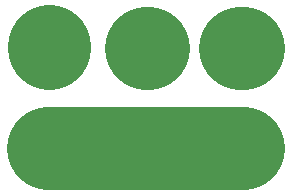
<source format=gbs>
%TF.GenerationSoftware,KiCad,Pcbnew,4.0.5-e0-6337~49~ubuntu16.04.1*%
%TF.CreationDate,2017-05-29T07:49:35-07:00*%
%TF.ProjectId,2x3-LED-RGB-SMT-Round-Flat-Top,3278332D4C45442D5247422D534D542D,1.0*%
%TF.FileFunction,Soldermask,Bot*%
%FSLAX46Y46*%
G04 Gerber Fmt 4.6, Leading zero omitted, Abs format (unit mm)*
G04 Created by KiCad (PCBNEW 4.0.5-e0-6337~49~ubuntu16.04.1) date Mon May 29 07:49:35 2017*
%MOMM*%
%LPD*%
G01*
G04 APERTURE LIST*
%ADD10C,0.350000*%
%ADD11C,7.000000*%
G04 APERTURE END LIST*
D10*
D11*
X10787500Y-49457000D02*
X10787500Y-49257000D01*
X27237500Y-57907000D02*
X10737500Y-57907000D01*
X18987500Y-49457000D02*
X19187500Y-49457000D01*
X26987500Y-49457000D02*
X27187500Y-49457000D01*
D10*
G36*
X11310610Y-54582847D02*
X11901555Y-54704151D01*
X12457698Y-54937932D01*
X12957834Y-55275278D01*
X13382921Y-55703343D01*
X13716766Y-56205821D01*
X13946656Y-56763576D01*
X14063764Y-57355014D01*
X14063764Y-57355024D01*
X14063831Y-57355363D01*
X14054210Y-58044416D01*
X14054133Y-58044754D01*
X14054133Y-58044762D01*
X13920557Y-58632701D01*
X13675185Y-59183816D01*
X13327437Y-59676778D01*
X12890562Y-60092809D01*
X12381200Y-60416061D01*
X11818754Y-60634219D01*
X11224647Y-60738976D01*
X10621503Y-60726342D01*
X10032300Y-60596797D01*
X9479482Y-60355277D01*
X8984107Y-60010982D01*
X8565037Y-59577023D01*
X8238238Y-59069930D01*
X8016156Y-58509014D01*
X7907255Y-57915658D01*
X7915677Y-57312441D01*
X8041106Y-56722347D01*
X8278759Y-56167858D01*
X8619591Y-55670088D01*
X9050612Y-55248000D01*
X9555413Y-54917668D01*
X10114759Y-54691677D01*
X10707345Y-54578636D01*
X11310610Y-54582847D01*
X11310610Y-54582847D01*
G37*
G36*
X19310610Y-54582847D02*
X19901555Y-54704151D01*
X20457698Y-54937932D01*
X20957834Y-55275278D01*
X21382921Y-55703343D01*
X21716766Y-56205821D01*
X21946656Y-56763576D01*
X22063764Y-57355014D01*
X22063764Y-57355024D01*
X22063831Y-57355363D01*
X22054210Y-58044416D01*
X22054133Y-58044754D01*
X22054133Y-58044762D01*
X21920557Y-58632701D01*
X21675185Y-59183816D01*
X21327437Y-59676778D01*
X20890562Y-60092809D01*
X20381200Y-60416061D01*
X19818754Y-60634219D01*
X19224647Y-60738976D01*
X18621503Y-60726342D01*
X18032300Y-60596797D01*
X17479482Y-60355277D01*
X16984107Y-60010982D01*
X16565037Y-59577023D01*
X16238238Y-59069930D01*
X16016156Y-58509014D01*
X15907255Y-57915658D01*
X15915677Y-57312441D01*
X16041106Y-56722347D01*
X16278759Y-56167858D01*
X16619591Y-55670088D01*
X17050612Y-55248000D01*
X17555413Y-54917668D01*
X18114759Y-54691677D01*
X18707345Y-54578636D01*
X19310610Y-54582847D01*
X19310610Y-54582847D01*
G37*
G36*
X27310610Y-54582847D02*
X27901555Y-54704151D01*
X28457698Y-54937932D01*
X28957834Y-55275278D01*
X29382921Y-55703343D01*
X29716766Y-56205821D01*
X29946656Y-56763576D01*
X30063764Y-57355014D01*
X30063764Y-57355024D01*
X30063831Y-57355363D01*
X30054210Y-58044416D01*
X30054133Y-58044754D01*
X30054133Y-58044762D01*
X29920557Y-58632701D01*
X29675185Y-59183816D01*
X29327437Y-59676778D01*
X28890562Y-60092809D01*
X28381200Y-60416061D01*
X27818754Y-60634219D01*
X27224647Y-60738976D01*
X26621503Y-60726342D01*
X26032300Y-60596797D01*
X25479482Y-60355277D01*
X24984107Y-60010982D01*
X24565037Y-59577023D01*
X24238238Y-59069930D01*
X24016156Y-58509014D01*
X23907255Y-57915658D01*
X23915677Y-57312441D01*
X24041106Y-56722347D01*
X24278759Y-56167858D01*
X24619591Y-55670088D01*
X25050612Y-55248000D01*
X25555413Y-54917668D01*
X26114759Y-54691677D01*
X26707345Y-54578636D01*
X27310610Y-54582847D01*
X27310610Y-54582847D01*
G37*
G36*
X11310610Y-46582847D02*
X11901555Y-46704151D01*
X12457698Y-46937932D01*
X12957834Y-47275278D01*
X13382921Y-47703343D01*
X13716766Y-48205821D01*
X13946656Y-48763576D01*
X14063764Y-49355014D01*
X14063764Y-49355024D01*
X14063831Y-49355363D01*
X14054210Y-50044416D01*
X14054133Y-50044754D01*
X14054133Y-50044762D01*
X13920557Y-50632701D01*
X13675185Y-51183816D01*
X13327437Y-51676778D01*
X12890562Y-52092809D01*
X12381200Y-52416061D01*
X11818754Y-52634219D01*
X11224647Y-52738976D01*
X10621503Y-52726342D01*
X10032300Y-52596797D01*
X9479482Y-52355277D01*
X8984107Y-52010982D01*
X8565037Y-51577023D01*
X8238238Y-51069930D01*
X8016156Y-50509014D01*
X7907255Y-49915658D01*
X7915677Y-49312441D01*
X8041106Y-48722347D01*
X8278759Y-48167858D01*
X8619591Y-47670088D01*
X9050612Y-47248000D01*
X9555413Y-46917668D01*
X10114759Y-46691677D01*
X10707345Y-46578636D01*
X11310610Y-46582847D01*
X11310610Y-46582847D01*
G37*
G36*
X19310610Y-46582847D02*
X19901555Y-46704151D01*
X20457698Y-46937932D01*
X20957834Y-47275278D01*
X21382921Y-47703343D01*
X21716766Y-48205821D01*
X21946656Y-48763576D01*
X22063764Y-49355014D01*
X22063764Y-49355024D01*
X22063831Y-49355363D01*
X22054210Y-50044416D01*
X22054133Y-50044754D01*
X22054133Y-50044762D01*
X21920557Y-50632701D01*
X21675185Y-51183816D01*
X21327437Y-51676778D01*
X20890562Y-52092809D01*
X20381200Y-52416061D01*
X19818754Y-52634219D01*
X19224647Y-52738976D01*
X18621503Y-52726342D01*
X18032300Y-52596797D01*
X17479482Y-52355277D01*
X16984107Y-52010982D01*
X16565037Y-51577023D01*
X16238238Y-51069930D01*
X16016156Y-50509014D01*
X15907255Y-49915658D01*
X15915677Y-49312441D01*
X16041106Y-48722347D01*
X16278759Y-48167858D01*
X16619591Y-47670088D01*
X17050612Y-47248000D01*
X17555413Y-46917668D01*
X18114759Y-46691677D01*
X18707345Y-46578636D01*
X19310610Y-46582847D01*
X19310610Y-46582847D01*
G37*
G36*
X27310610Y-46582847D02*
X27901555Y-46704151D01*
X28457698Y-46937932D01*
X28957834Y-47275278D01*
X29382921Y-47703343D01*
X29716766Y-48205821D01*
X29946656Y-48763576D01*
X30063764Y-49355014D01*
X30063764Y-49355024D01*
X30063831Y-49355363D01*
X30054210Y-50044416D01*
X30054133Y-50044754D01*
X30054133Y-50044762D01*
X29920557Y-50632701D01*
X29675185Y-51183816D01*
X29327437Y-51676778D01*
X28890562Y-52092809D01*
X28381200Y-52416061D01*
X27818754Y-52634219D01*
X27224647Y-52738976D01*
X26621503Y-52726342D01*
X26032300Y-52596797D01*
X25479482Y-52355277D01*
X24984107Y-52010982D01*
X24565037Y-51577023D01*
X24238238Y-51069930D01*
X24016156Y-50509014D01*
X23907255Y-49915658D01*
X23915677Y-49312441D01*
X24041106Y-48722347D01*
X24278759Y-48167858D01*
X24619591Y-47670088D01*
X25050612Y-47248000D01*
X25555413Y-46917668D01*
X26114759Y-46691677D01*
X26707345Y-46578636D01*
X27310610Y-46582847D01*
X27310610Y-46582847D01*
G37*
M02*

</source>
